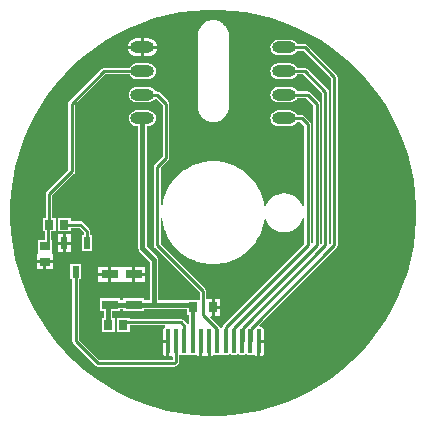
<source format=gtl>
G04*
G04 #@! TF.GenerationSoftware,Altium Limited,Altium Designer,23.2.1 (34)*
G04*
G04 Layer_Physical_Order=1*
G04 Layer_Color=255*
%FSLAX25Y25*%
%MOIN*%
G70*
G04*
G04 #@! TF.SameCoordinates,367E1BAD-0148-4484-8A4B-4069D69ABC48*
G04*
G04*
G04 #@! TF.FilePolarity,Positive*
G04*
G01*
G75*
%ADD10C,0.01000*%
%ADD14R,0.03347X0.03150*%
%ADD15R,0.03150X0.03347*%
%ADD16R,0.02362X0.03937*%
G04:AMPARAMS|DCode=17|XSize=78.74mil|YSize=13.78mil|CornerRadius=1.72mil|HoleSize=0mil|Usage=FLASHONLY|Rotation=90.000|XOffset=0mil|YOffset=0mil|HoleType=Round|Shape=RoundedRectangle|*
%AMROUNDEDRECTD17*
21,1,0.07874,0.01034,0,0,90.0*
21,1,0.07530,0.01378,0,0,90.0*
1,1,0.00345,0.00517,0.03765*
1,1,0.00345,0.00517,-0.03765*
1,1,0.00345,-0.00517,-0.03765*
1,1,0.00345,-0.00517,0.03765*
%
%ADD17ROUNDEDRECTD17*%
%ADD18R,0.05709X0.02953*%
%ADD19R,0.02756X0.03740*%
%ADD28O,0.07874X0.03937*%
%ADD29C,0.01500*%
%ADD30C,0.01181*%
%ADD31C,0.03937*%
G36*
X6639Y67404D02*
X11033Y66825D01*
X15380Y65960D01*
X19661Y64813D01*
X23858Y63389D01*
X27953Y61693D01*
X31928Y59732D01*
X35766Y57516D01*
X39451Y55054D01*
X42967Y52356D01*
X46299Y49434D01*
X49433Y46299D01*
X52356Y42967D01*
X55054Y39451D01*
X57516Y35766D01*
X59732Y31928D01*
X61693Y27952D01*
X63389Y23858D01*
X64813Y19661D01*
X65960Y15380D01*
X66825Y11033D01*
X67404Y6639D01*
X67693Y2216D01*
Y-2216D01*
X67404Y-6639D01*
X66825Y-11033D01*
X65960Y-15380D01*
X64813Y-19661D01*
X63389Y-23858D01*
X61693Y-27953D01*
X59732Y-31928D01*
X57516Y-35766D01*
X55054Y-39451D01*
X52356Y-42967D01*
X49434Y-46299D01*
X46299Y-49433D01*
X42967Y-52356D01*
X39451Y-55054D01*
X35766Y-57516D01*
X31928Y-59732D01*
X27952Y-61693D01*
X23858Y-63389D01*
X19661Y-64813D01*
X15380Y-65960D01*
X11033Y-66825D01*
X6639Y-67404D01*
X2216Y-67694D01*
X0Y-67693D01*
X-2216D01*
X-6639Y-67404D01*
X-11033Y-66825D01*
X-15380Y-65960D01*
X-19661Y-64813D01*
X-23858Y-63389D01*
X-27953Y-61693D01*
X-31928Y-59732D01*
X-35766Y-57516D01*
X-39451Y-55054D01*
X-42967Y-52356D01*
X-46299Y-49434D01*
X-49433Y-46300D01*
X-52356Y-42967D01*
X-55054Y-39451D01*
X-57516Y-35766D01*
X-59732Y-31928D01*
X-61693Y-27952D01*
X-63389Y-23858D01*
X-64813Y-19661D01*
X-65960Y-15380D01*
X-66825Y-11033D01*
X-67404Y-6639D01*
X-67694Y-2216D01*
X-67693Y-0D01*
Y2216D01*
X-67404Y6639D01*
X-66825Y11033D01*
X-65960Y15380D01*
X-64813Y19661D01*
X-63389Y23858D01*
X-61693Y27953D01*
X-59732Y31928D01*
X-57516Y35766D01*
X-55054Y39451D01*
X-52356Y42967D01*
X-49434Y46299D01*
X-46300Y49433D01*
X-42967Y52356D01*
X-39451Y55054D01*
X-35766Y57516D01*
X-31928Y59732D01*
X-27952Y61693D01*
X-23858Y63389D01*
X-19661Y64813D01*
X-15380Y65960D01*
X-11033Y66825D01*
X-6639Y67404D01*
X-2216Y67693D01*
X2216D01*
X6639Y67404D01*
D02*
G37*
%LPC*%
G36*
X-21654Y58112D02*
X-23122D01*
Y55618D01*
X-18725D01*
X-18761Y55893D01*
X-19061Y56615D01*
X-19536Y57235D01*
X-20156Y57711D01*
X-20879Y58010D01*
X-21654Y58112D01*
D02*
G37*
G36*
X-24122D02*
X-25591D01*
X-26366Y58010D01*
X-27088Y57711D01*
X-27708Y57235D01*
X-28183Y56615D01*
X-28483Y55893D01*
X-28519Y55618D01*
X-24122D01*
Y58112D01*
D02*
G37*
G36*
X-18725Y54618D02*
X-23122D01*
Y52124D01*
X-21654D01*
X-20879Y52226D01*
X-20156Y52525D01*
X-19536Y53001D01*
X-19061Y53621D01*
X-18761Y54343D01*
X-18725Y54618D01*
D02*
G37*
G36*
X-24122D02*
X-28519D01*
X-28483Y54343D01*
X-28183Y53621D01*
X-27708Y53001D01*
X-27088Y52525D01*
X-26366Y52226D01*
X-25591Y52124D01*
X-24122D01*
Y54618D01*
D02*
G37*
G36*
X-21654Y49835D02*
X-25591D01*
X-26261Y49747D01*
X-26886Y49488D01*
X-27422Y49076D01*
X-27834Y48539D01*
X-27906Y48366D01*
X-36417D01*
X-36847Y48280D01*
X-37210Y48037D01*
X-37210Y48037D01*
X-48037Y37210D01*
X-48280Y36847D01*
X-48366Y36417D01*
X-48366Y36417D01*
Y14244D01*
X-55518Y7092D01*
X-55761Y6728D01*
X-55846Y6299D01*
X-55846Y6299D01*
Y-1664D01*
X-56899D01*
Y-6210D01*
X-56240D01*
Y-9046D01*
X-58376D01*
Y-13264D01*
X-58376Y-13395D01*
X-58693Y-13764D01*
X-58776D01*
Y-15839D01*
X-56102D01*
X-53429D01*
Y-13764D01*
X-53512D01*
X-53829Y-13395D01*
X-53829Y-13264D01*
Y-9046D01*
X-53997D01*
Y-6210D01*
X-52550D01*
Y-1664D01*
X-53603D01*
Y5835D01*
X-46451Y12986D01*
X-46451Y12987D01*
X-46208Y13350D01*
X-46123Y13780D01*
X-46123Y13780D01*
Y35953D01*
X-35953Y46123D01*
X-27906D01*
X-27834Y45949D01*
X-27422Y45412D01*
X-26886Y45000D01*
X-26261Y44742D01*
X-25591Y44653D01*
X-21654D01*
X-20983Y44742D01*
X-20358Y45000D01*
X-19822Y45412D01*
X-19410Y45949D01*
X-19151Y46574D01*
X-19063Y47244D01*
X-19151Y47915D01*
X-19410Y48539D01*
X-19822Y49076D01*
X-20358Y49488D01*
X-20983Y49747D01*
X-21654Y49835D01*
D02*
G37*
G36*
X518Y64196D02*
X-518D01*
X-673Y64166D01*
X-830Y64155D01*
X-1831Y63887D01*
X-1973Y63817D01*
X-2122Y63767D01*
X-3019Y63248D01*
X-3138Y63144D01*
X-3269Y63057D01*
X-4002Y62324D01*
X-4090Y62193D01*
X-4193Y62075D01*
X-4712Y61177D01*
X-4762Y61028D01*
X-4832Y60886D01*
X-5100Y59885D01*
X-5111Y59728D01*
X-5141Y59573D01*
Y59055D01*
Y35433D01*
Y34915D01*
X-5111Y34760D01*
X-5100Y34603D01*
X-4832Y33602D01*
X-4762Y33461D01*
X-4712Y33311D01*
X-4193Y32414D01*
X-4089Y32295D01*
X-4002Y32164D01*
X-3269Y31431D01*
X-3138Y31344D01*
X-3019Y31240D01*
X-2122Y30721D01*
X-1973Y30671D01*
X-1831Y30601D01*
X-830Y30333D01*
X-673Y30323D01*
X-518Y30292D01*
X518D01*
X673Y30323D01*
X830Y30333D01*
X1831Y30601D01*
X1973Y30671D01*
X2122Y30721D01*
X3019Y31240D01*
X3138Y31344D01*
X3269Y31431D01*
X4002Y32164D01*
X4090Y32295D01*
X4193Y32414D01*
X4712Y33311D01*
X4762Y33461D01*
X4832Y33602D01*
X5100Y34603D01*
X5111Y34760D01*
X5141Y34915D01*
Y35433D01*
Y59055D01*
Y59573D01*
X5111Y59728D01*
X5100Y59885D01*
X4832Y60886D01*
X4762Y61028D01*
X4712Y61177D01*
X4193Y62075D01*
X4089Y62193D01*
X4002Y62324D01*
X3269Y63057D01*
X3138Y63145D01*
X3019Y63248D01*
X2122Y63767D01*
X1973Y63817D01*
X1831Y63887D01*
X830Y64155D01*
X673Y64166D01*
X518Y64196D01*
D02*
G37*
G36*
X-47424Y-7170D02*
X-49105D01*
Y-9639D01*
X-47424D01*
Y-7170D01*
D02*
G37*
G36*
X-50105D02*
X-51786D01*
Y-9639D01*
X-50105D01*
Y-7170D01*
D02*
G37*
G36*
X25591Y57709D02*
X21654D01*
X20983Y57621D01*
X20358Y57362D01*
X19822Y56950D01*
X19410Y56413D01*
X19151Y55789D01*
X19063Y55118D01*
X19151Y54448D01*
X19410Y53823D01*
X19822Y53286D01*
X20358Y52874D01*
X20983Y52616D01*
X21654Y52527D01*
X25591D01*
X26261Y52616D01*
X26886Y52874D01*
X27422Y53286D01*
X27834Y53823D01*
X27906Y53997D01*
X30047D01*
X39233Y44811D01*
Y-10128D01*
X39023Y-10286D01*
X38523Y-10036D01*
Y40354D01*
X38438Y40784D01*
X38195Y41147D01*
X38195Y41147D01*
X31305Y48037D01*
X30941Y48280D01*
X30512Y48366D01*
X30512Y48366D01*
X27906D01*
X27834Y48539D01*
X27422Y49076D01*
X26886Y49488D01*
X26261Y49747D01*
X25591Y49835D01*
X21654D01*
X20983Y49747D01*
X20358Y49488D01*
X19822Y49076D01*
X19410Y48539D01*
X19151Y47915D01*
X19063Y47244D01*
X19151Y46574D01*
X19410Y45949D01*
X19822Y45412D01*
X20358Y45000D01*
X20983Y44742D01*
X21654Y44653D01*
X25591D01*
X26261Y44742D01*
X26886Y45000D01*
X27422Y45412D01*
X27834Y45949D01*
X27906Y46123D01*
X30047D01*
X36280Y39890D01*
Y-10128D01*
X36070Y-10286D01*
X35570Y-10036D01*
Y36417D01*
X35485Y36847D01*
X35242Y37210D01*
X35242Y37210D01*
X32289Y40163D01*
X31925Y40406D01*
X31496Y40492D01*
X31496Y40492D01*
X27906D01*
X27834Y40665D01*
X27422Y41202D01*
X26886Y41614D01*
X26261Y41873D01*
X25591Y41961D01*
X21654D01*
X20983Y41873D01*
X20358Y41614D01*
X19822Y41202D01*
X19410Y40665D01*
X19151Y40041D01*
X19063Y39370D01*
X19151Y38700D01*
X19410Y38075D01*
X19822Y37538D01*
X20358Y37126D01*
X20983Y36868D01*
X21654Y36779D01*
X25591D01*
X26261Y36868D01*
X26886Y37126D01*
X27422Y37538D01*
X27834Y38075D01*
X27906Y38249D01*
X31032D01*
X33327Y35953D01*
Y-10128D01*
X33118Y-10286D01*
X32618Y-10036D01*
Y29528D01*
X32618Y29528D01*
X32532Y29957D01*
X32289Y30321D01*
X30321Y32289D01*
X29957Y32532D01*
X29528Y32618D01*
X29528Y32618D01*
X27906D01*
X27834Y32791D01*
X27422Y33328D01*
X26886Y33740D01*
X26261Y33999D01*
X25591Y34087D01*
X21654D01*
X20983Y33999D01*
X20358Y33740D01*
X19822Y33328D01*
X19410Y32791D01*
X19151Y32167D01*
X19063Y31496D01*
X19151Y30825D01*
X19410Y30201D01*
X19822Y29664D01*
X20358Y29252D01*
X20983Y28994D01*
X21654Y28905D01*
X25591D01*
X26261Y28994D01*
X26886Y29252D01*
X27422Y29664D01*
X27834Y30201D01*
X27906Y30375D01*
X29063D01*
X30375Y29063D01*
Y1873D01*
X29875Y1799D01*
X29661Y2502D01*
X29057Y3632D01*
X28244Y4622D01*
X27254Y5435D01*
X26124Y6039D01*
X24897Y6411D01*
X23622Y6537D01*
X22347Y6411D01*
X21120Y6039D01*
X19990Y5435D01*
X19000Y4622D01*
X18187Y3632D01*
X17583Y2502D01*
X17505Y2247D01*
X16996Y2289D01*
X16866Y3274D01*
X16840Y3350D01*
X16835Y3429D01*
X16294Y5448D01*
X16259Y5519D01*
X16244Y5597D01*
X15444Y7528D01*
X15400Y7594D01*
X15374Y7670D01*
X14329Y9480D01*
X14277Y9539D01*
X14242Y9611D01*
X12969Y11269D01*
X12909Y11321D01*
X12865Y11387D01*
X11387Y12865D01*
X11321Y12909D01*
X11269Y12969D01*
X9611Y14242D01*
X9539Y14277D01*
X9480Y14329D01*
X7670Y15374D01*
X7594Y15400D01*
X7528Y15444D01*
X5597Y16244D01*
X5519Y16259D01*
X5448Y16294D01*
X3429Y16835D01*
X3350Y16840D01*
X3274Y16866D01*
X1202Y17139D01*
X1123Y17134D01*
X1045Y17149D01*
X-1045D01*
X-1123Y17134D01*
X-1202Y17139D01*
X-3275Y16866D01*
X-3350Y16840D01*
X-3429Y16835D01*
X-5448Y16294D01*
X-5519Y16259D01*
X-5597Y16244D01*
X-7528Y15444D01*
X-7594Y15400D01*
X-7670Y15374D01*
X-9480Y14329D01*
X-9539Y14277D01*
X-9611Y14242D01*
X-11269Y12969D01*
X-11321Y12909D01*
X-11387Y12865D01*
X-12865Y11387D01*
X-12909Y11321D01*
X-12969Y11269D01*
X-14242Y9611D01*
X-14277Y9539D01*
X-14329Y9480D01*
X-15374Y7670D01*
X-15400Y7594D01*
X-15444Y7528D01*
X-16244Y5597D01*
X-16259Y5519D01*
X-16294Y5448D01*
X-16835Y3429D01*
X-16840Y3350D01*
X-16866Y3274D01*
X-17079Y1655D01*
X-17579Y1688D01*
Y14944D01*
X-14955Y17568D01*
X-14955Y17568D01*
X-14712Y17932D01*
X-14627Y18361D01*
Y36417D01*
X-14712Y36847D01*
X-14955Y37210D01*
X-14955Y37210D01*
X-17908Y40163D01*
X-18272Y40406D01*
X-18701Y40492D01*
X-18701Y40492D01*
X-19338D01*
X-19410Y40665D01*
X-19822Y41202D01*
X-20358Y41614D01*
X-20983Y41873D01*
X-21654Y41961D01*
X-25591D01*
X-26261Y41873D01*
X-26886Y41614D01*
X-27422Y41202D01*
X-27834Y40665D01*
X-28093Y40041D01*
X-28181Y39370D01*
X-28093Y38700D01*
X-27834Y38075D01*
X-27422Y37538D01*
X-26886Y37126D01*
X-26261Y36868D01*
X-25591Y36779D01*
X-21654D01*
X-20983Y36868D01*
X-20358Y37126D01*
X-19822Y37538D01*
X-19529Y37920D01*
X-19036Y38010D01*
X-18905Y37988D01*
X-16870Y35953D01*
Y18826D01*
X-19494Y16202D01*
X-19737Y15838D01*
X-19822Y15409D01*
X-19822Y15409D01*
Y-10827D01*
X-19822Y-10827D01*
X-19737Y-11256D01*
X-19494Y-11620D01*
X-4566Y-26547D01*
Y-28669D01*
X-4912Y-29026D01*
X-8868D01*
Y-29234D01*
X-18309D01*
Y-15748D01*
X-18413Y-15221D01*
X-18712Y-14775D01*
X-22246Y-11241D01*
Y28905D01*
X-21654D01*
X-20983Y28994D01*
X-20358Y29252D01*
X-19822Y29664D01*
X-19410Y30201D01*
X-19151Y30825D01*
X-19063Y31496D01*
X-19151Y32167D01*
X-19410Y32791D01*
X-19822Y33328D01*
X-20358Y33740D01*
X-20983Y33999D01*
X-21654Y34087D01*
X-25591D01*
X-26261Y33999D01*
X-26886Y33740D01*
X-27422Y33328D01*
X-27834Y32791D01*
X-28093Y32167D01*
X-28181Y31496D01*
X-28093Y30825D01*
X-27834Y30201D01*
X-27422Y29664D01*
X-26886Y29252D01*
X-26261Y28994D01*
X-25591Y28905D01*
X-24998D01*
Y-11811D01*
X-24894Y-12338D01*
X-24595Y-12784D01*
X-21061Y-16318D01*
Y-29234D01*
X-23121D01*
Y-28534D01*
X-30029D01*
Y-29234D01*
X-30994D01*
Y-28534D01*
X-37903D01*
Y-32687D01*
X-36416D01*
Y-35128D01*
X-37214D01*
Y-39675D01*
X-32865D01*
Y-35128D01*
X-33663D01*
Y-32687D01*
X-30994D01*
Y-31987D01*
X-30029D01*
Y-32687D01*
X-23121D01*
Y-31987D01*
X-8868D01*
Y-33966D01*
X-8104D01*
Y-37149D01*
X-8604Y-37199D01*
X-8609Y-37169D01*
X-8853Y-36805D01*
X-8853Y-36805D01*
X-10034Y-35624D01*
X-10398Y-35381D01*
X-10827Y-35296D01*
X-10827Y-35296D01*
X-27746D01*
Y-35128D01*
X-32096D01*
Y-39675D01*
X-27746D01*
Y-37539D01*
X-16153D01*
X-16104Y-38039D01*
X-16132Y-38044D01*
X-16519Y-38304D01*
X-16778Y-38691D01*
X-16869Y-39149D01*
Y-42413D01*
X-15157D01*
Y-42913D01*
X-14658D01*
Y-47873D01*
X-14641D01*
X-14183Y-47782D01*
X-14023Y-47675D01*
X-13523Y-47943D01*
Y-49075D01*
X-37921D01*
X-44744Y-42253D01*
Y-22156D01*
X-44084D01*
Y-17019D01*
X-47646D01*
Y-22156D01*
X-46987D01*
Y-42717D01*
X-46987Y-42717D01*
X-46901Y-43147D01*
X-46658Y-43511D01*
X-39179Y-50990D01*
X-38815Y-51233D01*
X-38386Y-51318D01*
X-38386Y-51318D01*
X-12987D01*
X-12987Y-51318D01*
X-12558Y-51233D01*
X-12194Y-50990D01*
X-11609Y-50404D01*
X-11609Y-50404D01*
X-11365Y-50040D01*
X-11280Y-49611D01*
Y-47564D01*
X-11154Y-47467D01*
X-10719Y-47235D01*
X-10464Y-47406D01*
X-10162Y-47466D01*
X-9129D01*
X-8828Y-47406D01*
X-8572Y-47235D01*
X-8558Y-47214D01*
X-7977D01*
X-7963Y-47235D01*
X-7708Y-47406D01*
X-7406Y-47466D01*
X-6373D01*
X-6072Y-47406D01*
X-5496Y-47523D01*
X-5108Y-47782D01*
X-4651Y-47873D01*
X-4634D01*
Y-42913D01*
X-3634D01*
Y-47873D01*
X-3617D01*
X-3160Y-47782D01*
X-2772Y-47523D01*
X-2740D01*
X-2352Y-47782D01*
X-1895Y-47873D01*
X-1878D01*
Y-42913D01*
X-878D01*
Y-47873D01*
X-861D01*
X-404Y-47782D01*
X-16Y-47523D01*
X560Y-47406D01*
X861Y-47466D01*
X1895D01*
X2196Y-47406D01*
X2451Y-47235D01*
X2465Y-47214D01*
X3046D01*
X3060Y-47235D01*
X3316Y-47406D01*
X3617Y-47466D01*
X4651D01*
X4952Y-47406D01*
X5207Y-47235D01*
X5221Y-47214D01*
X5802D01*
X5816Y-47235D01*
X6072Y-47406D01*
X6373Y-47466D01*
X7406D01*
X7708Y-47406D01*
X7963Y-47235D01*
X7977Y-47214D01*
X8558D01*
X8572Y-47235D01*
X8828Y-47406D01*
X9129Y-47466D01*
X10162D01*
X10464Y-47406D01*
X10719Y-47235D01*
X10733Y-47214D01*
X11314D01*
X11328Y-47235D01*
X11584Y-47406D01*
X11885Y-47466D01*
X12918D01*
X13220Y-47406D01*
X13796Y-47523D01*
X14183Y-47782D01*
X14641Y-47873D01*
X14658D01*
Y-42913D01*
X15157D01*
Y-42413D01*
X16869D01*
Y-39149D01*
X16778Y-38691D01*
X16519Y-38304D01*
X16132Y-38044D01*
X15674Y-37953D01*
X15467D01*
X15276Y-37492D01*
X41147Y-11620D01*
X41390Y-11256D01*
X41476Y-10827D01*
X41476Y-10827D01*
Y45276D01*
X41476Y45276D01*
X41390Y45705D01*
X41147Y46069D01*
X41147Y46069D01*
X31305Y55911D01*
X30941Y56154D01*
X30512Y56240D01*
X30512Y56240D01*
X27906D01*
X27834Y56413D01*
X27422Y56950D01*
X26886Y57362D01*
X26261Y57621D01*
X25591Y57709D01*
D02*
G37*
G36*
X-47431Y-1664D02*
X-51781D01*
Y-6210D01*
X-47431D01*
Y-5059D01*
X-44756D01*
X-43246Y-6568D01*
Y-7570D01*
X-43906D01*
Y-12707D01*
X-40344D01*
Y-7570D01*
X-41003D01*
Y-6103D01*
X-41089Y-5674D01*
X-41332Y-5310D01*
X-41332Y-5310D01*
X-43498Y-3144D01*
X-43862Y-2901D01*
X-44291Y-2815D01*
X-44291Y-2815D01*
X-47431D01*
Y-1664D01*
D02*
G37*
G36*
X-47424Y-10639D02*
X-49105D01*
Y-13107D01*
X-47424D01*
Y-10639D01*
D02*
G37*
G36*
X-50105D02*
X-51786D01*
Y-13107D01*
X-50105D01*
Y-10639D01*
D02*
G37*
G36*
X-53429Y-16839D02*
X-55602D01*
Y-18913D01*
X-53429D01*
Y-16839D01*
D02*
G37*
G36*
X-56602D02*
X-58776D01*
Y-18913D01*
X-56602D01*
Y-16839D01*
D02*
G37*
G36*
X-26075Y-18094D02*
Y-20071D01*
X-22720D01*
Y-18094D01*
X-26075D01*
D02*
G37*
G36*
X-34949D02*
X-38303D01*
Y-20071D01*
X-34949D01*
Y-18094D01*
D02*
G37*
G36*
X-22720Y-21071D02*
X-26075D01*
Y-23047D01*
X-22720D01*
Y-21071D01*
D02*
G37*
G36*
X-34949D02*
X-38303D01*
Y-23047D01*
X-34949D01*
Y-21071D01*
D02*
G37*
G36*
X-30429Y-18094D02*
X-30929Y-18094D01*
X-33949D01*
Y-20571D01*
Y-23047D01*
X-30929D01*
X-30595Y-23047D01*
X-30095Y-23047D01*
X-27075D01*
Y-20571D01*
Y-18094D01*
X-30095D01*
X-30429Y-18094D01*
D02*
G37*
G36*
X16869Y-43413D02*
X15657D01*
Y-47873D01*
X15674D01*
X16132Y-47782D01*
X16519Y-47523D01*
X16778Y-47136D01*
X16869Y-46678D01*
Y-43413D01*
D02*
G37*
G36*
X-15657D02*
X-16869D01*
Y-46678D01*
X-16778Y-47136D01*
X-16519Y-47523D01*
X-16132Y-47782D01*
X-15674Y-47873D01*
X-15657D01*
Y-43413D01*
D02*
G37*
%LPD*%
G36*
X-16866Y-3274D02*
X-16840Y-3350D01*
X-16835Y-3429D01*
X-16294Y-5448D01*
X-16259Y-5519D01*
X-16244Y-5597D01*
X-15444Y-7528D01*
X-15400Y-7594D01*
X-15374Y-7670D01*
X-14329Y-9480D01*
X-14277Y-9539D01*
X-14242Y-9611D01*
X-12969Y-11269D01*
X-12909Y-11321D01*
X-12865Y-11387D01*
X-11387Y-12865D01*
X-11321Y-12909D01*
X-11269Y-12969D01*
X-9611Y-14242D01*
X-9539Y-14277D01*
X-9480Y-14329D01*
X-7670Y-15374D01*
X-7594Y-15400D01*
X-7528Y-15444D01*
X-5597Y-16244D01*
X-5519Y-16259D01*
X-5448Y-16294D01*
X-3429Y-16835D01*
X-3350Y-16840D01*
X-3274Y-16866D01*
X-1202Y-17139D01*
X-1123Y-17134D01*
X-1045Y-17149D01*
X1045D01*
X1123Y-17134D01*
X1202Y-17139D01*
X3274Y-16866D01*
X3350Y-16840D01*
X3429Y-16835D01*
X5448Y-16294D01*
X5519Y-16259D01*
X5597Y-16244D01*
X7528Y-15444D01*
X7594Y-15400D01*
X7670Y-15374D01*
X9480Y-14329D01*
X9539Y-14277D01*
X9611Y-14242D01*
X11269Y-12969D01*
X11321Y-12909D01*
X11387Y-12865D01*
X12865Y-11387D01*
X12909Y-11321D01*
X12969Y-11269D01*
X14242Y-9611D01*
X14277Y-9539D01*
X14329Y-9480D01*
X15374Y-7670D01*
X15400Y-7594D01*
X15444Y-7528D01*
X16244Y-5597D01*
X16259Y-5519D01*
X16294Y-5448D01*
X16835Y-3429D01*
X16840Y-3350D01*
X16866Y-3275D01*
X16996Y-2289D01*
X17505Y-2247D01*
X17583Y-2502D01*
X18187Y-3632D01*
X19000Y-4622D01*
X19990Y-5435D01*
X21120Y-6039D01*
X22347Y-6411D01*
X23622Y-6537D01*
X24897Y-6411D01*
X26124Y-6039D01*
X27254Y-5435D01*
X28244Y-4622D01*
X29057Y-3632D01*
X29661Y-2502D01*
X29875Y-1799D01*
X30375Y-1873D01*
Y-10362D01*
X3341Y-37396D01*
X3098Y-37760D01*
X3012Y-38189D01*
X3012Y-38189D01*
Y-38263D01*
X2886Y-38360D01*
X2736Y-38440D01*
X2239Y-38232D01*
X2225Y-38161D01*
X1982Y-37797D01*
X1982Y-37797D01*
X-987Y-34828D01*
X-796Y-34366D01*
X-500D01*
Y-31496D01*
Y-28626D01*
X-2323D01*
Y-26083D01*
X-2409Y-25653D01*
X-2652Y-25290D01*
X-2652Y-25290D01*
X-17579Y-10362D01*
Y-1688D01*
X-17079Y-1655D01*
X-16866Y-3274D01*
D02*
G37*
%LPC*%
G36*
X2378Y-28626D02*
X500D01*
Y-30996D01*
X2378D01*
Y-28626D01*
D02*
G37*
G36*
Y-31996D02*
X500D01*
Y-34366D01*
X2378D01*
Y-31996D01*
D02*
G37*
%LPD*%
D10*
X-3445Y-33957D02*
Y-26083D01*
X-18701Y-10827D02*
Y15409D01*
Y-10827D02*
X-3445Y-26083D01*
X-18701Y39370D02*
X-15748Y36417D01*
X-18701Y15409D02*
X-15748Y18361D01*
Y36417D01*
X-3445Y-33957D02*
X1189Y-38590D01*
Y-42724D02*
X1378Y-42913D01*
X1189Y-42724D02*
Y-38590D01*
X-23622Y39370D02*
X-18701D01*
X-45865Y-42717D02*
Y-19588D01*
Y-42717D02*
X-38386Y-50197D01*
X-12402Y-49611D02*
Y-42913D01*
X-12987Y-50197D02*
X-12402Y-49611D01*
X-38386Y-50197D02*
X-12987D01*
X-28937Y-36417D02*
X-10827D01*
X-29921Y-37402D02*
X-28937Y-36417D01*
X-9646Y-42913D02*
Y-37598D01*
X-10827Y-36417D02*
X-9646Y-37598D01*
X-47244Y36417D02*
X-36417Y47244D01*
X-54724Y6299D02*
X-47244Y13780D01*
Y36417D01*
X-36417Y47244D02*
X-23622D01*
X-54724Y-3937D02*
Y6299D01*
X-55118Y-4331D02*
X-54724Y-3937D01*
X-56102Y-11220D02*
X-55118Y-10236D01*
Y-4331D01*
X-49606Y-3937D02*
X-44291D01*
X30512Y55118D02*
X40354Y45276D01*
Y-10827D02*
Y45276D01*
X12591Y-38591D02*
X40354Y-10827D01*
X30512Y47244D02*
X37402Y40354D01*
X9804Y-38425D02*
X37402Y-10827D01*
Y40354D01*
X34449Y-10827D02*
Y36417D01*
X6949Y-38326D02*
X34449Y-10827D01*
X31496Y39370D02*
X34449Y36417D01*
X4134Y-38189D02*
X31496Y-10827D01*
X4134Y-42913D02*
Y-38189D01*
X31496Y-10827D02*
Y29528D01*
X6890Y-42913D02*
X6949Y-42854D01*
Y-38326D01*
X9646Y-42913D02*
X9804Y-42755D01*
Y-38425D01*
X12402Y-42913D02*
X12591Y-42724D01*
Y-38591D01*
X-44291Y-3937D02*
X-42125Y-6103D01*
Y-10139D02*
Y-6103D01*
X23622Y55118D02*
X30512D01*
X23622Y47244D02*
X30512D01*
X23622Y31496D02*
X29528D01*
X31496Y29528D01*
X23622Y39370D02*
X31496D01*
D14*
X-56102Y-11220D02*
D03*
Y-16339D02*
D03*
D15*
X-49606Y-3937D02*
D03*
X-54724D02*
D03*
X-29921Y-37402D02*
D03*
X-35039D02*
D03*
D16*
X-42125Y-10139D02*
D03*
X-49605D02*
D03*
X-45865Y-19588D02*
D03*
D17*
X15157Y-42913D02*
D03*
X12402D02*
D03*
X9646D02*
D03*
X6890D02*
D03*
X4134D02*
D03*
X1378D02*
D03*
X-1378D02*
D03*
X-4134D02*
D03*
X-6890D02*
D03*
X-9646D02*
D03*
X-12402D02*
D03*
X-15157D02*
D03*
D18*
X-34449Y-30610D02*
D03*
Y-20571D02*
D03*
X-26575Y-30610D02*
D03*
Y-20571D02*
D03*
D19*
X0Y-31496D02*
D03*
X-6890D02*
D03*
D28*
X-23622Y31496D02*
D03*
Y39370D02*
D03*
Y47244D02*
D03*
Y55118D02*
D03*
X23622Y31496D02*
D03*
Y39370D02*
D03*
Y47244D02*
D03*
Y55118D02*
D03*
D29*
X-19685Y-30610D02*
Y-15748D01*
X-23622Y-11811D02*
Y31496D01*
Y-11811D02*
X-19685Y-15748D01*
Y-30610D02*
X-7518D01*
X-26575D02*
X-19685D01*
X-35039Y-31201D02*
X-34449Y-30610D01*
X-35039Y-37402D02*
Y-31201D01*
X-7518Y-30610D02*
X-6890Y-31238D01*
Y-31496D02*
Y-31238D01*
X-34449Y-30610D02*
X-26575D01*
D30*
X-6890Y-42913D02*
Y-31496D01*
D31*
X53150Y-24606D02*
D03*
X-19685Y-56102D02*
D03*
X-61024Y984D02*
D03*
X-13780Y55118D02*
D03*
X-51181Y38386D02*
D03*
X19685Y-48228D02*
D03*
X-1969Y-57087D02*
D03*
X-31496Y-9843D02*
D03*
X-8858Y43307D02*
D03*
X-984Y22638D02*
D03*
X21654Y15748D02*
D03*
X4921Y-23622D02*
D03*
X-42323Y-30512D02*
D03*
X-32480Y6890D02*
D03*
X-56102Y12795D02*
D03*
M02*

</source>
